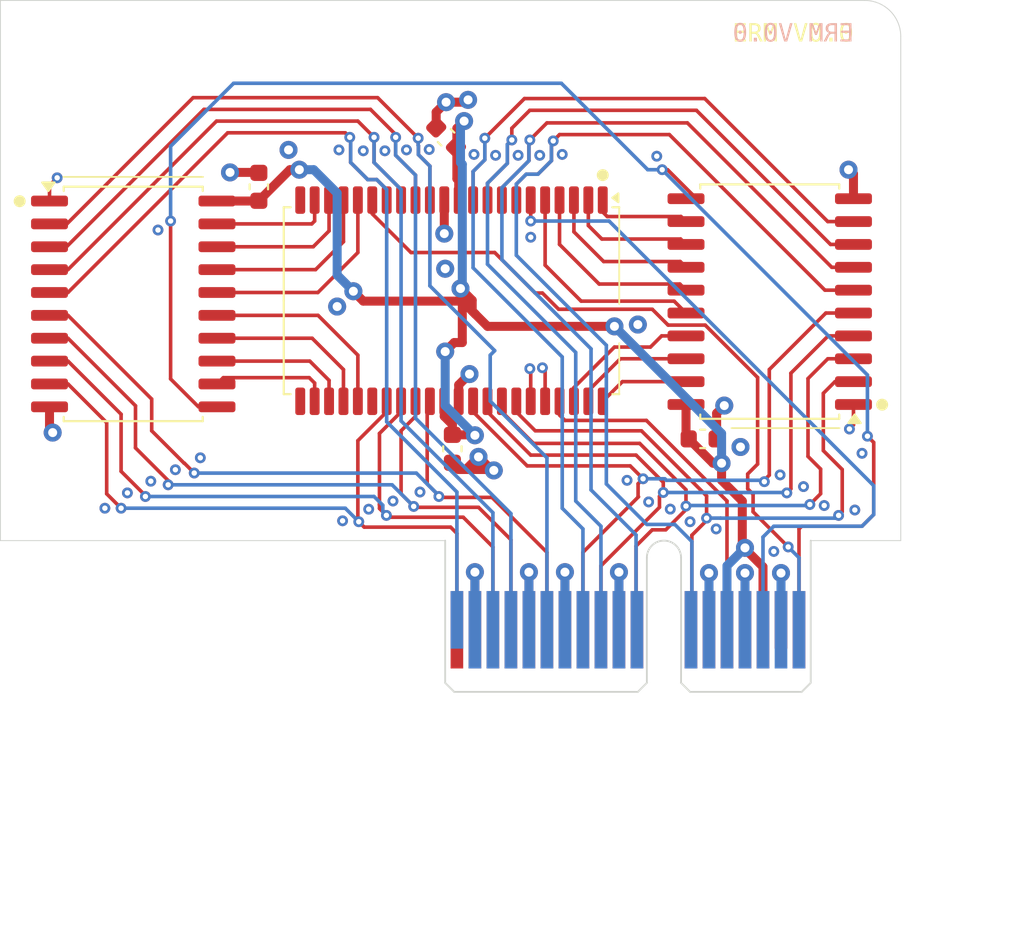
<source format=kicad_pcb>
(kicad_pcb (version 20240108) (generator "pcbnew") (generator_version "8.0")
  (layers (0 "F.Cu" signal) (1 "In1.Cu" signal) (2 "In2.Cu" signal) (31 "B.Cu" signal) (34 "B.Paste" user) (35 "F.Paste" user) (36 "B.SilkS" user "B.Silkscreen") (37 "F.SilkS" user "F.Silkscreen") (38 "B.Mask" user) (39 "F.Mask" user) (44 "Edge.Cuts" user))
  (net 0 "")
  (net 1 "GND")
  (net 2 "VCC")
  (net 3 "/W5")
  (net 4 "/W10")
  (net 5 "/ADR_LOAD")
  (net 6 "/W11")
  (net 7 "/W8")
  (net 8 "/nOE")
  (net 9 "/W9")
  (net 10 "/W15")
  (net 11 "/W3")
  (net 12 "/W6")
  (net 13 "/W1")
  (net 14 "/nCS")
  (net 15 "/W2")
  (net 16 "/nWE")
  (net 17 "/W7")
  (net 18 "/W14")
  (net 19 "/W13")
  (net 20 "/W4")
  (net 21 "/W12")
  (net 22 "/W0")
  (net 23 "/L14")
  (net 24 "/L11")
  (net 25 "/L10")
  (net 26 "/L9")
  (net 27 "/L8")
  (net 28 "/L13")
  (net 29 "/L12")
  (net 30 "/L15")
  (net 31 "/L6")
  (net 32 "/L4")
  (net 33 "/L3")
  (net 34 "/L0")
  (net 35 "/L5")
  (net 36 "/L1")
  (net 37 "/L7")
  (net 38 "/L2")
  (footprint "Package_SO:SOIC-20W_7.5x12.8mm_P1.27mm" (layer "F.Cu") (at 33.525 57.455)
    (property "Reference" "U2" (hide yes))
    (property "Value" "74LS574")
  )
  (footprint "Package_SO:SOIC-20W_7.5x12.8mm_P1.27mm" (layer "F.Cu") (at 68.875 57.325 180)
    (property "Reference" "U3" (hide yes))
    (property "Value" "74LS573")
  )
  (footprint "Capacitor_SMD:C_0603_1608Metric" (layer "F.Cu") (at 51.25 65.5 -90)
    (property "Reference" "C2" (hide yes))
    (property "Value" "100nF" (hide yes))
  )
  (footprint "Package_SO:TSOP-II-44_10.16x18.41mm_P0.8mm" (layer "F.Cu") (at 51.2 57.275 -90)
    (property "Reference" "U4" (hide yes))
    (property "Value" "71V016")
  )
  (footprint "Connector_PCBEdge:BUS_PCIexpress_x1" (layer "F.Cu") (at 51.5 75.55)
    (property "Reference" "J1" (hide yes))
    (property "Value" "Edge_Connector" (hide yes))
    (fp_line (start -0.65 -4.95) (end -0.65 2.95) (stroke (width 0.1)) (layer "Edge.Cuts"))
    (fp_line (start -0.65 2.95) (end -0.15 3.45) (stroke (width 0.1)) (layer "Edge.Cuts"))
    (fp_line (start -0.15 3.45) (end 10.05 3.45) (stroke (width 0.1)) (layer "Edge.Cuts"))
    (fp_line (start 10.55 -4) (end 10.55 2.95) (stroke (width 0.1)) (layer "Edge.Cuts"))
    (fp_line (start 10.55 2.95) (end 10.05 3.45) (stroke (width 0.1)) (layer "Edge.Cuts"))
    (fp_line (start 12.45 -4) (end 12.45 2.95) (stroke (width 0.1)) (layer "Edge.Cuts"))
    (fp_line (start 12.45 2.95) (end 12.95 3.45) (stroke (width 0.1)) (layer "Edge.Cuts"))
    (fp_line (start 12.95 3.45) (end 19.15 3.45) (stroke (width 0.1)) (layer "Edge.Cuts"))
    (fp_line (start 19.65 -4.95) (end 19.65 2.95) (stroke (width 0.1)) (layer "Edge.Cuts"))
    (fp_line (start 19.65 2.95) (end 19.15 3.45) (stroke (width 0.1)) (layer "Edge.Cuts"))
    (fp_arc (start 10.55 -4) (mid 11.5 -4.95) (end 12.45 -4) (stroke (width 0.1)) (layer "Edge.Cuts"))
  )
  (footprint "Capacitor_SMD:C_0603_1608Metric" (layer "F.Cu") (at 40.5 50.95 90)
    (property "Reference" "C1" (hide yes))
    (property "Value" "100nF" (hide yes))
  )
  (footprint "Capacitor_SMD:C_0603_1608Metric" (layer "F.Cu") (at 65.15 64.95 180)
    (property "Reference" "C4" (hide yes))
    (property "Value" "100nF" (hide yes))
  )
  (footprint "Capacitor_SMD:C_0603_1608Metric" (layer "F.Cu") (at 50.9 48.2 135)
    (property "Reference" "C3" (hide yes))
    (property "Value" "100nF" (hide yes))
  )
  (gr_line (start 60.515 62.465) (end 60.517114 59.637246) (stroke (width 0.1)) (layer "F.SilkS"))
  (gr_line (start 60.515 52.085) (end 60.51643 57.460344) (stroke (width 0.1)) (layer "F.SilkS"))
  (gr_circle (center 59.6 50.3) (end 59.8 50.1) (stroke (width 0.1)) (fill solid) (layer "F.SilkS"))
  (gr_circle (center 75.117158 63.05) (end 75.317158 62.85) (stroke (width 0.1)) (fill solid) (layer "F.SilkS"))
  (gr_line (start 66.75 64.35) (end 72.75 64.35) (stroke (width 0.1)) (layer "F.SilkS"))
  (gr_line (start 29.65 50.4) (end 37.4 50.4) (stroke (width 0.1)) (layer "F.SilkS"))
  (gr_circle (center 27.217158 51.75) (end 27.417158 51.55) (stroke (width 0.1)) (fill solid) (layer "F.SilkS"))
  (gr_line (start 50.85 70.6) (end 26.15 70.6) (stroke (width 0.05)) (layer "Edge.Cuts"))
  (gr_arc (start 74.15 40.6) (mid 75.564214 41.185786) (end 76.15 42.6) (stroke (width 0.05)) (layer "Edge.Cuts"))
  (gr_line (start 76.15 70.6) (end 71.15 70.6) (stroke (width 0.05)) (layer "Edge.Cuts"))
  (gr_line (start 26.15 40.6) (end 74.15 40.6) (stroke (width 0.05)) (layer "Edge.Cuts"))
  (gr_line (start 76.15 70.6) (end 76.15 42.6) (stroke (width 0.05)) (layer "Edge.Cuts"))
  (gr_line (start 26.15 70.6) (end 26.15 40.6) (stroke (width 0.05)) (layer "Edge.Cuts"))
  (gr_text "ERM V0.0" (at 73.55 43.05 0) (layer "B.SilkS") (effects (font (size 1 1) (thickness 0.1)) (justify left bottom mirror)))
  (gr_text "ERM V0.0" (at 66.8 43.05 0) (layer "F.SilkS") (effects (font (size 1 1) (thickness 0.1)) (justify left bottom)))
  (segment (start 53.45 66.7) (end 52.7 65.95) (width 0.5) (layer "F.Cu") (net 1))
  (segment (start 51.6 61.95) (end 51.6 62.8625) (width 0.5) (layer "F.Cu") (net 1))
  (segment (start 73.525 64.175) (end 73.3 64.4) (width 0.2) (layer "F.Cu") (net 1))
  (segment (start 55.6 62.8625) (end 55.6 61.1) (width 0.2) (layer "F.Cu") (net 1))
  (segment (start 67.5 72.4) (end 67.5 75) (width 0.5) (layer "F.Cu") (net 1))
  (segment (start 50.9 46.25) (end 50.35 46.8) (width 0.5) (layer "F.Cu") (net 1))
  (segment (start 51.6 66.65) (end 52 66.65) (width 0.5) (layer "F.Cu") (net 1))
  (segment (start 28.875 51.74) (end 28.875 50.875) (width 0.2) (layer "F.Cu") (net 1))
  (segment (start 52.5 72.35) (end 52.5 74.95) (width 0.5) (layer "F.Cu") (net 1))
  (segment (start 65.925 63.525) (end 66.35 63.1) (width 0.5) (layer "F.Cu") (net 1))
  (segment (start 56.4 62.8625) (end 56.4 61.15) (width 0.2) (layer "F.Cu") (net 1))
  (segment (start 57.5 72.35) (end 57.5 74.95) (width 0.5) (layer "F.Cu") (net 1))
  (segment (start 28.875 64.425) (end 29.05 64.6) (width 0.5) (layer "F.Cu") (net 1))
  (segment (start 28.875 63.17) (end 28.875 64.425) (width 0.5) (layer "F.Cu") (net 1))
  (segment (start 50.35 46.8) (end 50.35 47.7) (width 0.5) (layer "F.Cu") (net 1))
  (segment (start 51.991698 46.25) (end 52.121147 46.120551) (width 0.5) (layer "F.Cu") (net 1))
  (segment (start 51.275 66.325) (end 51.6 66.65) (width 0.5) (layer "F.Cu") (net 1))
  (segment (start 53.55 66.7) (end 53.5 66.65) (width 0.5) (layer "F.Cu") (net 1))
  (segment (start 65.925 64.85) (end 65.925 63.525) (width 0.5) (layer "F.Cu") (net 1))
  (segment (start 65.5 72.4) (end 65.5 75) (width 0.5) (layer "F.Cu") (net 1))
  (segment (start 53.55 66.7) (end 53.45 66.7) (width 0.5) (layer "F.Cu") (net 1))
  (segment (start 55.6 61.1) (end 55.55 61.05) (width 0.2) (layer "F.Cu") (net 1))
  (segment (start 55.5 72.35) (end 55.5 74.95) (width 0.5) (layer "F.Cu") (net 1))
  (segment (start 51.6 66.65) (end 52.7 66.65) (width 0.5) (layer "F.Cu") (net 1))
  (segment (start 28.875 50.875) (end 29.3 50.45) (width 0.2) (layer "F.Cu") (net 1))
  (segment (start 53.5 66.65) (end 52.7 66.65) (width 0.5) (layer "F.Cu") (net 1))
  (segment (start 73.525 63.04) (end 73.525 64.175) (width 0.2) (layer "F.Cu") (net 1))
  (segment (start 73.525 50.225) (end 73.35 50.05) (width 0.5) (layer "F.Cu") (net 1))
  (segment (start 50.8 53.549994) (end 50.800006 53.55) (width 0.5) (layer "F.Cu") (net 1))
  (segment (start 40.475 50.15) (end 40.5 50.175) (width 0.2) (layer "F.Cu") (net 1))
  (segment (start 38.9 50.15) (end 40.475 50.15) (width 0.5) (layer "F.Cu") (net 1))
  (segment (start 60.5 72.35) (end 60.5 74.95) (width 0.5) (layer "F.Cu") (net 1))
  (segment (start 52 66.65) (end 52.7 65.95) (width 0.5) (layer "F.Cu") (net 1))
  (segment (start 50.8 51.6875) (end 50.8 53.549994) (width 0.5) (layer "F.Cu") (net 1))
  (segment (start 73.525 50.225) (end 73.525 51.61) (width 0.5) (layer "F.Cu") (net 1))
  (segment (start 56.4 61.15) (end 56.25 61) (width 0.2) (layer "F.Cu") (net 1))
  (segment (start 52.7 66.65) (end 52.7 65.95) (width 0.5) (layer "F.Cu") (net 1))
  (segment (start 50.9 46.25) (end 51.991698 46.25) (width 0.5) (layer "F.Cu") (net 1))
  (segment (start 69.5 72.4) (end 69.5 75) (width 0.5) (layer "F.Cu") (net 1))
  (segment (start 52.2 61.35) (end 51.6 61.95) (width 0.5) (layer "F.Cu") (net 1))
  (via (at 64.45 69.55) (size 0.6) (drill 0.3) (layers "F.Cu" "B.Cu") (net 1))
  (via (at 45.150735 69.499265) (size 0.6) (drill 0.3) (layers "F.Cu" "B.Cu") (net 1))
  (via (at 61.55 58.6) (size 1) (drill 0.5) (layers "F.Cu" "B.Cu") (net 1))
  (via (at 50.85 55.5) (size 1) (drill 0.5) (layers "F.Cu" "B.Cu") (net 1))
  (via (at 57.5 72.35) (size 1) (drill 0.5) (layers "F.Cu" "B.Cu") (net 1))
  (via (at 57.35 49.15) (size 0.6) (drill 0.3) (layers "F.Cu" "B.Cu") (net 1))
  (via (at 46.3 48.95) (size 0.6) (drill 0.3) (layers "F.Cu" "B.Cu") (net 1))
  (via (at 69.45 66.95) (size 0.6) (drill 0.3) (layers "F.Cu" "B.Cu") (net 1))
  (via (at 55.6 53.75) (size 0.6) (drill 0.3) (layers "F.Cu" "B.Cu") (net 1))
  (via (at 65.9 69.95) (size 0.6) (drill 0.3) (layers "F.Cu" "B.Cu") (net 1))
  (via (at 74 65.75) (size 0.6) (drill 0.3) (layers "F.Cu" "B.Cu") (net 1))
  (via (at 47.95 68.4) (size 0.6) (drill 0.3) (layers "F.Cu" "B.Cu") (net 1))
  (via (at 52.5 72.35) (size 1) (drill 0.5) (layers "F.Cu" "B.Cu") (net 1))
  (via (at 52.45 49.15) (size 0.6) (drill 0.3) (layers "F.Cu" "B.Cu") (net 1))
  (via (at 62.6 49.25) (size 0.6) (drill 0.3) (layers "F.Cu" "B.Cu") (net 1))
  (via (at 55.5 72.35) (size 1) (drill 0.5) (layers "F.Cu" "B.Cu") (net 1))
  (via (at 35.864565 66.663094) (size 0.6) (drill 0.3) (layers "F.Cu" "B.Cu") (net 1))
  (via (at 48.7 48.9) (size 0.6) (drill 0.3) (layers "F.Cu" "B.Cu") (net 1))
  (via (at 73.25 50) (size 1) (drill 0.5) (layers "F.Cu" "B.Cu") (net 1))
  (via (at 44.95 48.9) (size 0.6) (drill 0.3) (layers "F.Cu" "B.Cu") (net 1))
  (via (at 29.3 50.45) (size 0.6) (drill 0.3) (layers "F.Cu" "B.Cu") (net 1))
  (via (at 73.6 68.9) (size 0.6) (drill 0.3) (layers "F.Cu" "B.Cu") (net 1))
  (via (at 65.5 72.4) (size 1) (drill 0.5) (layers "F.Cu" "B.Cu") (net 1))
  (via (at 34.5 67.3) (size 0.6) (drill 0.3) (layers "F.Cu" "B.Cu") (net 1))
  (via (at 34.9 53.35) (size 0.6) (drill 0.3) (layers "F.Cu" "B.Cu") (net 1))
  (via (at 54.9 49.2) (size 0.6) (drill 0.3) (layers "F.Cu" "B.Cu") (net 1))
  (via (at 67.25 65.4) (size 1) (drill 0.5) (layers "F.Cu" "B.Cu") (net 1))
  (via (at 52.121147 46.120551) (size 1) (drill 0.5) (layers "F.Cu" "B.Cu") (net 1))
  (via (at 38.9 50.15) (size 1) (drill 0.5) (layers "F.Cu" "B.Cu") (net 1))
  (via (at 60.5 72.35) (size 1) (drill 0.5) (layers "F.Cu" "B.Cu") (net 1))
  (via (at 42.15 48.9) (size 1) (drill 0.5) (layers "F.Cu" "B.Cu") (net 1))
  (via (at 44.85 57.6) (size 1) (drill 0.5) (layers "F.Cu" "B.Cu") (net 1))
  (via (at 50.800006 53.55) (size 1) (drill 0.5) (layers "F.Cu" "B.Cu") (net 1))
  (via (at 49.45 67.9) (size 0.6) (drill 0.3) (layers "F.Cu" "B.Cu") (net 1))
  (via (at 66.35 63.1) (size 1) (drill 0.5) (layers "F.Cu" "B.Cu") (net 1))
  (via (at 47.5 48.95) (size 0.6) (drill 0.3) (layers "F.Cu" "B.Cu") (net 1))
  (via (at 52.2 61.35) (size 1) (drill 0.5) (layers "F.Cu" "B.Cu") (net 1))
  (via (at 62.15 68.45) (size 0.6) (drill 0.3) (layers "F.Cu" "B.Cu") (net 1))
  (via (at 73.3 64.4) (size 0.6) (drill 0.3) (layers "F.Cu" "B.Cu") (net 1))
  (via (at 60.95 67.25) (size 0.6) (drill 0.3) (layers "F.Cu" "B.Cu") (net 1))
  (via (at 71.9 68.65) (size 0.6) (drill 0.3) (layers "F.Cu" "B.Cu") (net 1))
  (via (at 69.5 72.4) (size 1) (drill 0.5) (layers "F.Cu" "B.Cu") (net 1))
  (via (at 37.25 66) (size 0.6) (drill 0.3) (layers "F.Cu" "B.Cu") (net 1))
  (via (at 55.55 61.05) (size 0.6) (drill 0.3) (layers "F.Cu" "B.Cu") (net 1))
  (via (at 52.7 65.95) (size 1) (drill 0.5) (layers "F.Cu" "B.Cu") (net 1))
  (via (at 56.1 49.2) (size 0.6) (drill 0.3) (layers "F.Cu" "B.Cu") (net 1))
  (via (at 46.602365 68.854242) (size 0.6) (drill 0.3) (layers "F.Cu" "B.Cu") (net 1))
  (via (at 70.75 67.6) (size 0.6) (drill 0.3) (layers "F.Cu" "B.Cu") (net 1))
  (via (at 31.95 68.8) (size 0.6) (drill 0.3) (layers "F.Cu" "B.Cu") (net 1))
  (via (at 50.9 46.25) (size 1) (drill 0.5) (layers "F.Cu" "B.Cu") (net 1))
  (via (at 53.55 66.7) (size 1) (drill 0.5) (layers "F.Cu" "B.Cu") (net 1))
  (via (at 29.05 64.6) (size 1) (drill 0.5) (layers "F.Cu" "B.Cu") (net 1))
  (via (at 67.5 72.4) (size 1) (drill 0.5) (layers "F.Cu" "B.Cu") (net 1))
  (via (at 49.962133 48.875735) (size 0.6) (drill 0.3) (layers "F.Cu" "B.Cu") (net 1))
  (via (at 53.65 49.2) (size 0.6) (drill 0.3) (layers "F.Cu" "B.Cu") (net 1))
  (via (at 56.25 61) (size 0.6) (drill 0.3) (layers "F.Cu" "B.Cu") (net 1))
  (via (at 69.1 71.2) (size 0.6) (drill 0.3) (layers "F.Cu" "B.Cu") (net 1))
  (via (at 33.2 67.95) (size 0.6) (drill 0.3) (layers "F.Cu" "B.Cu") (net 1))
  (via (at 63.35 68.85) (size 0.6) (drill 0.3) (layers "F.Cu" "B.Cu") (net 1))
  (segment (start 67.5 72.4) (end 67.5 75) (width 0.5) (layer "B.Cu") (net 1))
  (segment (start 52.5 72.35) (end 52.5 74.95) (width 0.5) (layer "B.Cu") (net 1))
  (segment (start 55.5 72.35) (end 55.5 74.95) (width 0.5) (layer "B.Cu") (net 1))
  (segment (start 65.5 72.4) (end 65.5 75) (width 0.5) (layer "B.Cu") (net 1))
  (segment (start 57.5 72.35) (end 57.5 74.95) (width 0.5) (layer "B.Cu") (net 1))
  (segment (start 60.5 72.35) (end 60.5 74.95) (width 0.5) (layer "B.Cu") (net 1))
  (segment (start 69.5 72.4) (end 69.5 75) (width 0.5) (layer "B.Cu") (net 1))
  (segment (start 51.7 56.6) (end 52.35 57.25) (width 0.5) (layer "F.Cu") (net 2))
  (segment (start 67.35 70.85) (end 67.5 71) (width 0.5) (layer "F.Cu") (net 2))
  (segment (start 65.725 66.3) (end 64.375 64.95) (width 0.5) (layer "F.Cu") (net 2))
  (segment (start 42.75 50) (end 42.225 50) (width 0.5) (layer "F.Cu") (net 2))
  (segment (start 66.2 66.3) (end 65.725 66.3) (width 0.5) (layer "F.Cu") (net 2))
  (segment (start 67.5 71) (end 67.5 71.056497) (width 0.5) (layer "F.Cu") (net 2))
  (segment (start 53.2 58.7) (end 52.525 58.025) (width 0.5) (layer "F.Cu") (net 2))
  (segment (start 52.35 57.25) (end 52.35 57.85) (width 0.5) (layer "F.Cu") (net 2))
  (segment (start 51.25 64.725) (end 52.475 64.725) (width 0.5) (layer "F.Cu") (net 2))
  (segment (start 51.35 59.6) (end 50.85 60.1) (width 0.5) (layer "F.Cu") (net 2))
  (segment (start 50.8 62.8625) (end 50.8 63.7) (width 0.5) (layer "F.Cu") (net 2))
  (segment (start 66.2 66.3) (end 66.2 67.25) (width 0.5) (layer "F.Cu") (net 2))
  (segment (start 51.8 57.3) (end 46.3 57.3) (width 0.5) (layer "F.Cu") (net 2))
  (segment (start 52.35 57.85) (end 52.525 58.025) (width 0.5) (layer "F.Cu") (net 2))
  (segment (start 52.475 64.725) (end 52.5 64.75) (width 0.5) (layer "F.Cu") (net 2))
  (segment (start 68.5 72.056497) (end 68.5 75.55) (width 0.5) (layer "F.Cu") (net 2))
  (segment (start 42.225 50) (end 40.5 51.725) (width 0.5) (layer "F.Cu") (net 2))
  (segment (start 51.25 64.15) (end 51.25 64.725) (width 0.5) (layer "F.Cu") (net 2))
  (segment (start 67.5 71.056497) (end 68.5 72.056497) (width 0.5) (layer "F.Cu") (net 2))
  (segment (start 38.175 51.74) (end 40.485 51.74) (width 0.5) (layer "F.Cu") (net 2))
  (segment (start 51.498008 47.701992) (end 51.498008 50.498008) (width 0.5) (layer "F.Cu") (net 2))
  (segment (start 52.525 58.025) (end 51.8 57.3) (width 0.5) (layer "F.Cu") (net 2))
  (segment (start 67.35 68.4) (end 67.35 70.85) (width 0.5) (layer "F.Cu") (net 2))
  (segment (start 51.9 47.3) (end 51.498008 47.701992) (width 0.5) (layer "F.Cu") (net 2))
  (segment (start 51.8 57.3) (end 51.8 59.6) (width 0.5) (layer "F.Cu") (net 2))
  (segment (start 51.6 50.6) (end 51.6 51.6875) (width 0.5) (layer "F.Cu") (net 2))
  (segment (start 51.498008 50.498008) (end 51.6 50.6) (width 0.5) (layer "F.Cu") (net 2))
  (segment (start 51.8 59.6) (end 51.35 59.6) (width 0.5) (layer "F.Cu") (net 2))
  (segment (start 50.8 63.7) (end 51.25 64.15) (width 0.5) (layer "F.Cu") (net 2))
  (segment (start 60.25 58.7) (end 53.2 58.7) (width 0.5) (layer "F.Cu") (net 2))
  (segment (start 66.2 67.25) (end 67.35 68.4) (width 0.5) (layer "F.Cu") (net 2))
  (segment (start 40.485 51.74) (end 40.5 51.725) (width 0.5) (layer "F.Cu") (net 2))
  (segment (start 64.225 65) (end 64.225 63.04) (width 0.5) (layer "F.Cu") (net 2))
  (segment (start 46.3 57.3) (end 45.75 56.75) (width 0.5) (layer "F.Cu") (net 2))
  (via (at 52.5 64.75) (size 1) (drill 0.5) (layers "F.Cu" "B.Cu") (net 2))
  (via (at 60.25 58.7) (size 1) (drill 0.5) (layers "F.Cu" "B.Cu") (net 2))
  (via (at 45.75 56.75) (size 1) (drill 0.5) (layers "F.Cu" "B.Cu") (net 2))
  (via (at 51.7 56.6) (size 1) (drill 0.5) (layers "F.Cu" "B.Cu") (net 2))
  (via (at 67.5 71) (size 1) (drill 0.5) (layers "F.Cu" "B.Cu") (net 2))
  (via (at 42.75 50) (size 1) (drill 0.5) (layers "F.Cu" "B.Cu") (net 2))
  (via (at 66.2 66.3) (size 1) (drill 0.5) (layers "F.Cu" "B.Cu") (net 2))
  (via (at 50.85 60.1) (size 1) (drill 0.5) (layers "F.Cu" "B.Cu") (net 2))
  (via (at 51.9 47.3) (size 1) (drill 0.5) (layers "F.Cu" "B.Cu") (net 2))
  (segment (start 44.85 51.3) (end 43.55 50) (width 0.5) (layer "B.Cu") (net 2))
  (segment (start 66.2 66.3) (end 66.2 64.65) (width 0.5) (layer "B.Cu") (net 2))
  (segment (start 45.75 56.75) (end 44.85 55.85) (width 0.5) (layer "B.Cu") (net 2))
  (segment (start 51.7 47.5) (end 51.7 49.6) (width 0.5) (layer "B.Cu") (net 2))
  (segment (start 51.8 49.7) (end 51.8 56.5) (width 0.5) (layer "B.Cu") (net 2))
  (segment (start 66.2 64.65) (end 60.25 58.7) (width 0.5) (layer "B.Cu") (net 2))
  (segment (start 51.9 47.3) (end 51.7 47.5) (width 0.5) (layer "B.Cu") (net 2))
  (segment (start 52.5 64.75) (end 50.85 63.1) (width 0.5) (layer "B.Cu") (net 2))
  (segment (start 67.5 71) (end 66.5 72) (width 0.5) (layer "B.Cu") (net 2))
  (segment (start 43.55 50) (end 42.75 50) (width 0.5) (layer "B.Cu") (net 2))
  (segment (start 66.5 72) (end 66.5 75.55) (width 0.5) (layer "B.Cu") (net 2))
  (segment (start 51.7 49.6) (end 51.8 49.7) (width 0.5) (layer "B.Cu") (net 2))
  (segment (start 51.8 56.5) (end 51.7 56.6) (width 0.5) (layer "B.Cu") (net 2))
  (segment (start 50.85 63.1) (end 50.85 60.1) (width 0.5) (layer "B.Cu") (net 2))
  (segment (start 44.85 55.85) (end 44.85 51.3) (width 0.5) (layer "B.Cu") (net 2))
  (segment (start 49.15 68.75) (end 52.7 68.75) (width 0.2) (layer "F.Cu") (net 3))
  (segment (start 33.65 65.45) (end 33.65 63.110001) (width 0.2) (layer "F.Cu") (net 3))
  (segment (start 35.463842 67.263842) (end 35.463842 67.500465) (width 0.2) (layer "F.Cu") (net 3))
  (segment (start 33.65 63.110001) (end 29.899999 59.36) (width 0.2) (layer "F.Cu") (net 3))
  (segment (start 48.4 68) (end 48.4 64.5) (width 0.2) (layer "F.Cu") (net 3))
  (segment (start 48.4 64.5) (end 49.2 63.7) (width 0.2) (layer "F.Cu") (net 3))
  (segment (start 29.899999 59.36) (end 28.875 59.36) (width 0.2) (layer "F.Cu") (net 3))
  (segment (start 54.5 70.55) (end 54.5 75.55) (width 0.2) (layer "F.Cu") (net 3))
  (segment (start 52.7 68.75) (end 54.5 70.55) (width 0.2) (layer "F.Cu") (net 3))
  (segment (start 49.2 63.7) (end 49.2 62.8625) (width 0.2) (layer "F.Cu") (net 3))
  (segment (start 49.1 68.7) (end 48.4 68) (width 0.2) (layer "F.Cu") (net 3))
  (segment (start 33.65 65.45) (end 35.463842 67.263842) (width 0.2) (layer "F.Cu") (net 3))
  (segment (start 49.1 68.7) (end 49.15 68.75) (width 0.2) (layer "F.Cu") (net 3))
  (via (at 35.463842 67.500465) (size 0.6) (drill 0.3) (layers "F.Cu" "B.Cu") (net 3))
  (via (at 49.1 68.7) (size 0.6) (drill 0.3) (layers "F.Cu" "B.Cu") (net 3))
  (segment (start 35.464307 67.5) (end 47.9 67.5) (width 0.2) (layer "B.Cu") (net 3))
  (segment (start 47.9 67.5) (end 49.1 68.7) (width 0.2) (layer "B.Cu") (net 3))
  (segment (start 35.463842 67.500465) (end 35.464307 67.5) (width 0.2) (layer "B.Cu") (net 3))
  (segment (start 49.2 50.3) (end 49.2 51.6875) (width 0.2) (layer "F.Cu") (net 4))
  (segment (start 48.1 49.2) (end 49.2 50.3) (width 0.2) (layer "F.Cu") (net 4))
  (segment (start 37.45 46.65) (end 29.82 54.28) (width 0.2) (layer "F.Cu") (net 4))
  (segment (start 48.1 48.2) (end 48.1 49.2) (width 0.2) (layer "F.Cu") (net 4))
  (segment (start 29.82 54.28) (end 28.875 54.28) (width 0.2) (layer "F.Cu") (net 4))
  (segment (start 46.7 46.65) (end 37.45 46.65) (width 0.2) (layer "F.Cu") (net 4))
  (segment (start 48.1 48.2) (end 48.1 48.05) (width 0.2) (layer "F.Cu") (net 4))
  (segment (start 48.1 48.05) (end 46.7 46.65) (width 0.2) (layer "F.Cu") (net 4))
  (via (at 48.1 48.2) (size 0.6) (drill 0.3) (layers "F.Cu" "B.Cu") (net 4))
  (segment (start 54.5 69.1) (end 54.5 75.55) (width 0.2) (layer "B.Cu") (net 4))
  (segment (start 48.1 49.2) (end 49.200003 50.300003) (width 0.2) (layer "B.Cu") (net 4))
  (segment (start 49.200003 50.300003) (end 49.200003 63.800003) (width 0.2) (layer "B.Cu") (net 4))
  (segment (start 49.200003 63.800003) (end 54.5 69.1) (width 0.2) (layer "B.Cu") (net 4))
  (segment (start 48.1 48.2) (end 48.1 49.2) (width 0.2) (layer "B.Cu") (net 4))
  (segment (start 63.2 50) (end 64.955001 51.755001) (width 0.2) (layer "F.Cu") (net 5))
  (segment (start 70.5 69.95) (end 70.5 75.55) (width 0.2) (layer "F.Cu") (net 5))
  (segment (start 70.65 69.8) (end 70.5 69.95) (width 0.2) (layer "F.Cu") (net 5))
  (segment (start 74 69.8) (end 70.65 69.8) (width 0.2) (layer "F.Cu") (net 5))
  (segment (start 74.65 65.15) (end 74.65 69.15) (width 0.2) (layer "F.Cu") (net 5))
  (segment (start 62.9 50) (end 63.2 50) (width 0.2) (layer "F.Cu") (net 5))
  (segment (start 38.175 63.17) (end 37.150001 63.17) (width 0.2) (layer "F.Cu") (net 5))
  (segment (start 74.3 64.8) (end 74.65 65.15) (width 0.2) (layer "F.Cu") (net 5))
  (segment (start 35.6 61.619999) (end 35.6 52.85) (width 0.2) (layer "F.Cu") (net 5))
  (segment (start 37.150001 63.17) (end 35.6 61.619999) (width 0.2) (layer "F.Cu") (net 5))
  (segment (start 74.65 69.15) (end 74 69.8) (width 0.2) (layer "F.Cu") (net 5))
  (via (at 62.9 50) (size 0.6) (drill 0.3) (layers "F.Cu" "B.Cu") (net 5))
  (via (at 35.6 52.85) (size 0.6) (drill 0.3) (layers "F.Cu" "B.Cu") (net 5))
  (via (at 74.3 64.8) (size 0.6) (drill 0.3) (layers "F.Cu" "B.Cu") (net 5))
  (segment (start 35.6 48.7) (end 35.6 52.85) (width 0.2) (layer "B.Cu") (net 5))
  (segment (start 62.9 50) (end 62.1 50) (width 0.2) (layer "B.Cu") (net 5))
  (segment (start 74.3 61.4) (end 62.9 50) (width 0.2) (layer "B.Cu") (net 5))
  (segment (start 74.3 64.8) (end 74.3 61.4) (width 0.2) (layer "B.Cu") (net 5))
  (segment (start 62.1 50) (end 57.3 45.2) (width 0.2) (layer "B.Cu") (net 5))
  (segment (start 39.1 45.2) (end 35.6 48.7) (width 0.2) (layer "B.Cu") (net 5))
  (segment (start 57.3 45.2) (end 39.1 45.2) (width 0.2) (layer "B.Cu") (net 5))
  (segment (start 36.85 46) (end 29.84 53.01) (width 0.2) (layer "F.Cu") (net 6))
  (segment (start 47.1 46) (end 36.85 46) (width 0.2) (layer "F.Cu") (net 6))
  (segment (start 49.35 48.25) (end 49.35 48.65294) (width 0.2) (layer "F.Cu") (net 6))
  (segment (start 49.35 48.65294) (end 49.362133 48.665073) (width 0.2) (layer "F.Cu") (net 6))
  (segment (start 49.362133 48.665073) (end 49.362133 49.162133) (width 0.2) (layer "F.Cu") (net 6))
  (segment (start 49.35 48.25) (end 47.1 46) (width 0.2) (layer "F.Cu") (net 6))
  (segment (start 29.84 53.01) (end 28.875 53.01) (width 0.2) (layer "F.Cu") (net 6))
  (segment (start 49.362133 49.162133) (end 50 49.8) (width 0.2) (layer "F.Cu") (net 6))
  (segment (start 50 49.8) (end 50 51.6875) (width 0.2) (layer "F.Cu") (net 6))
  (via (at 49.35 48.25) (size 0.6) (drill 0.3) (layers "F.Cu" "B.Cu") (net 6))
  (segment (start 49.35 48.25) (end 49.35 48.65294) (width 0.2) (layer "B.Cu") (net 6))
  (segment (start 56.5 66) (end 56.5 75.55) (width 0.2) (layer "B.Cu") (net 6))
  (segment (start 49.362133 49.162132) (end 50.000006 49.800005) (width 0.2) (layer "B.Cu") (net 6))
  (segment (start 50.000006 56.450006) (end 53.6 60.05) (width 0.2) (layer "B.Cu") (net 6))
  (segment (start 49.35 48.65294) (end 49.362133 48.665073) (width 0.2) (layer "B.Cu") (net 6))
  (segment (start 49.362133 48.665073) (end 49.362133 49.162132) (width 0.2) (layer "B.Cu") (net 6))
  (segment (start 53.35 60.3) (end 53.35 62.85) (width 0.2) (layer "B.Cu") (net 6))
  (segment (start 53.35 62.85) (end 56.5 66) (width 0.2) (layer "B.Cu") (net 6))
  (segment (start 53.6 60.05) (end 53.35 60.3) (width 0.2) (layer "B.Cu") (net 6))
  (segment (start 50.000006 49.800005) (end 50.000006 56.450006) (width 0.2) (layer "B.Cu") (net 6))
  (segment (start 45.3 47.95) (end 38.769999 47.95) (width 0.2) (layer "F.Cu") (net 7))
  (segment (start 38.769999 47.95) (end 29.899999 56.82) (width 0.2) (layer "F.Cu") (net 7))
  (segment (start 47.047528 50.55) (end 47.6 51.102472) (width 0.2) (layer "F.Cu") (net 7))
  (segment (start 29.899999 56.82) (end 28.875 56.82) (width 0.2) (layer "F.Cu") (net 7))
  (segment (start 45.6 48.25) (end 45.6 49.6) (width 0.2) (layer "F.Cu") (net 7))
  (segment (start 45.6 49.6) (end 46.55 50.55) (width 0.2) (layer "F.Cu") (net 7))
  (segment (start 47.6 51.102472) (end 47.6 51.6875) (width 0.2) (layer "F.Cu") (net 7))
  (segment (start 45.55 48.2) (end 45.3 47.95) (width 0.2) (layer "F.Cu") (net 7))
  (segment (start 46.55 50.55) (end 47.047528 50.55) (width 0.2) (layer "F.Cu") (net 7))
  (segment (start 45.55 48.2) (end 45.6 48.25) (width 0.2) (layer "F.Cu") (net 7))
  (via (at 45.55 48.2) (size 0.6) (drill 0.3) (layers "F.Cu" "B.Cu") (net 7))
  (segment (start 47.6 64) (end 51.5 67.9) (width 0.2) (layer "B.Cu") (net 7))
  (segment (start 45.6 48.25) (end 45.6 49.6) (width 0.2) (layer "B.Cu") (net 7))
  (segment (start 47.05 50.55) (end 47.6 51.1) (width 0.2) (layer "B.Cu") (net 7))
  (segment (start 51.5 67.9) (end 51.5 75) (width 0.2) (layer "B.Cu") (net 7))
  (segment (start 47.6 51.1) (end 47.6 64) (width 0.2) (layer "B.Cu") (net 7))
  (segment (start 45.6 49.6) (end 46.55 50.55) (width 0.2) (layer "B.Cu") (net 7))
  (segment (start 45.55 48.2) (end 45.6 48.25) (width 0.2) (layer "B.Cu") (net 7))
  (segment (start 46.55 50.55) (end 47.05 50.55) (width 0.2) (layer "B.Cu") (net 7))
  (segment (start 66.5 68.4) (end 62.025 63.925) (width 0.2) (layer "F.Cu") (net 8))
  (segment (start 57.500001 63.925) (end 57.2 63.624999) (width 0.2) (layer "F.Cu") (net 8))
  (segment (start 66.5 75.55) (end 66.5 68.4) (width 0.2) (layer "F.Cu") (net 8))
  (segment (start 62.025 63.925) (end 57.500001 63.925) (width 0.2) (layer "F.Cu") (net 8))
  (segment (start 57.2 63.624999) (end 57.2 62.8625) (width 0.2) (layer "F.Cu") (net 8))
  (segment (start 46.9 49.602472) (end 48.4 51.102472) (width 0.2) (layer "F.Cu") (net 9))
  (segment (start 38.149999 47.3) (end 29.899999 55.55) (width 0.2) (layer "F.Cu") (net 9))
  (segment (start 48.4 51.102472) (end 48.4 51.6875) (width 0.2) (layer "F.Cu") (net 9))
  (segment (start 46.9 48.2) (end 46.9 49.602472) (width 0.2) (layer "F.Cu") (net 9))
  (segment (start 46 47.3) (end 38.149999 47.3) (width 0.2) (layer "F.Cu") (net 9))
  (segment (start 46.9 48.2) (end 46 47.3) (width 0.2) (layer "F.Cu") (net 9))
  (segment (start 29.899999 55.55) (end 28.875 55.55) (width 0.2) (layer "F.Cu") (net 9))
  (via (at 46.9 48.2) (size 0.6) (drill 0.3) (layers "F.Cu" "B.Cu") (net 9))
  (segment (start 53.5 69.05) (end 53.5 75.55) (width 0.2) (layer "B.Cu") (net 9))
  (segment (start 46.9 48.2) (end 46.9 49.6) (width 0.2) (layer "B.Cu") (net 9))
  (segment (start 46.9 49.6) (end 48.4 51.1) (width 0.2) (layer "B.Cu") (net 9))
  (segment (start 48.4 51.1) (end 48.4 63.95) (width 0.2) (layer "B.Cu") (net 9))
  (segment (start 48.4 63.95) (end 53.5 69.05) (width 0.2) (layer "B.Cu") (net 9))
  (segment (start 56.85 48.4) (end 57.2 48.05) (width 0.2) (layer "F.Cu") (net 10))
  (segment (start 71.94 56.69) (end 73.525 56.69) (width 0.2) (layer "F.Cu") (net 10))
  (segment (start 54.8 50.8) (end 54.8 51.6875) (width 0.2) (layer "F.Cu") (net 10))
  (segment (start 56 50.25) (end 55.35 50.25) (width 0.2) (layer "F.Cu") (net 10))
  (segment (start 56.75 48.5) (end 56.75 49.5) (width 0.2) (layer "F.Cu") (net 10))
  (segment (start 56.75 49.5) (end 56 50.25) (width 0.2) (layer "F.Cu") (net 10))
  (segment (start 55.35 50.25) (end 54.8 50.8) (width 0.2) (layer "F.Cu") (net 10))
  (segment (start 57.2 48.05) (end 63.3 48.05) (width 0.2) (layer "F.Cu") (net 10))
  (segment (start 56.85 48.4) (end 56.75 48.5) (width 0.2) (layer "F.Cu") (net 10))
  (segment (start 63.3 48.05) (end 71.94 56.69) (width 0.2) (layer "F.Cu") (net 10))
  (via (at 56.85 48.4) (size 0.6) (drill 0.3) (layers "F.Cu" "B.Cu") (net 10))
  (segment (start 64.55 70.65) (end 64.55 75.55) (width 0.2) (layer "B.Cu") (net 10))
  (segment (start 56.75 49.5) (end 56 50.25) (width 0.2) (layer "B.Cu") (net 10))
  (segment (start 54.8 54.75) (end 59.8 59.75) (width 0.2) (layer "B.Cu") (net 10))
  (segment (start 59.8 67.45) (end 62.05 69.7) (width 0.2) (layer "B.Cu") (net 10))
  (segment (start 63.6 69.7) (end 64.55 70.65) (width 0.2) (layer "B.Cu") (net 10))
  (segment (start 56.85 48.4) (end 56.75 48.5) (width 0.2) (layer "B.Cu") (net 10))
  (segment (start 56.75 48.5) (end 56.75 49.5) (width 0.2) (layer "B.Cu") (net 10))
  (segment (start 54.8 50.8) (end 54.8 54.75) (width 0.2) (layer "B.Cu") (net 10))
  (segment (start 55.35 50.25) (end 54.8 50.8) (width 0.2) (layer "B.Cu") (net 10))
  (segment (start 56 50.25) (end 55.35 50.25) (width 0.2) (layer "B.Cu") (net 10))
  (segment (start 59.8 59.75) (end 59.8 67.45) (width 0.2) (layer "B.Cu") (net 10))
  (segment (start 62.05 69.7) (end 63.6 69.7) (width 0.2) (layer "B.Cu") (net 10))
  (segment (start 61.839686 67.165344) (end 61.124342 66.45) (width 0.2) (layer "F.Cu") (net 11))
  (segment (start 68.85 66.963232) (end 68.85 61.1) (width 0.2) (layer "F.Cu") (net 11))
  (segment (start 61.839686 67.165344) (end 61.562861 67.442169) (width 0.2) (layer "F.Cu") (net 11))
  (segment (start 61.124342 66.45) (end 55.402472 66.45) (width 0.2) (layer "F.Cu") (net 11))
  (segment (start 68.85 61.1) (end 71.99 57.96) (width 0.2) (layer "F.Cu") (net 11))
  (segment (start 68.574705 67.238527) (end 68.85 66.963232) (width 0.2) (layer "F.Cu") (net 11))
  (segment (start 61.583584 68.166416) (end 58.5 71.25) (width 0.2) (layer "F.Cu") (net 11))
  (segment (start 58.5 71.25) (end 58.5 75.55) (width 0.2) (layer "F.Cu") (net 11))
  (segment (start 71.99 57.96) (end 73.525 57.96) (width 0.2) (layer "F.Cu") (net 11))
  (segment (start 68.574705 67.326539) (end 68.574705 67.238527) (width 0.2) (layer "F.Cu") (net 11))
  (segment (start 61.562861 67.442169) (end 61.562861 68.145692) (width 0.2) (layer "F.Cu") (net 11))
  (segment (start 52.4 63.447528) (end 52.4 62.8625) (width 0.2) (layer "F.Cu") (net 11))
  (segment (start 61.562861 68.145692) (end 61.583584 68.166416) (width 0.2) (layer "F.Cu") (net 11))
  (segment (start 55.402472 66.45) (end 52.4 63.447528) (width 0.2) (layer "F.Cu") (net 11))
  (via (at 61.839686 67.165344) (size 0.6) (drill 0.3) (layers "F.Cu" "B.Cu") (net 11))
  (via (at 68.574705 67.326539) (size 0.6) (drill 0.3) (layers "F.Cu" "B.Cu") (net 11))
  (segment (start 68.498166 67.25) (end 63.134314 67.25) (width 0.2) (layer "B.Cu") (net 11))
  (segment (start 63.049658 67.165344) (end 61.839686 67.165344) (width 0.2) (layer "B.Cu") (net 11))
  (segment (start 63.134314 67.25) (end 63.049658 67.165344) (width 0.2) (layer "B.Cu") (net 11))
  (segment (start 68.574705 67.326539) (end 68.498166 67.25) (width 0.2) (layer "B.Cu") (net 11))
  (segment (start 32.85 63.580001) (end 29.899999 60.63) (width 0.2) (layer "F.Cu") (net 12))
  (segment (start 47.58449 69.198427) (end 47.686063 69.3) (width 0.2) (layer "F.Cu") (net 12))
  (segment (start 48.4 63.447528) (end 48.4 62.8625) (width 0.2) (layer "F.Cu") (net 12))
  (segment (start 47.2 68.603348) (end 47.2 64.647528) (width 0.2) (layer "F.Cu") (net 12))
  (segment (start 47.202365 68.816302) (end 47.202365 68.605713) (width 0.2) (layer "F.Cu") (net 12))
  (segment (start 53.5 70.95) (end 53.5 75.55) (width 0.2) (layer "F.Cu") (net 12))
  (segment (start 47.2 64.647528) (end 48.4 63.447528) (width 0.2) (layer "F.Cu") (net 12))
  (segment (start 34.200003 68.100003) (end 32.85 66.75) (width 0.2) (layer "F.Cu") (net 12))
  (segment (start 29.899999 60.63) (end 28.875 60.63) (width 0.2) (layer "F.Cu") (net 12))
  (segment (start 47.686063 69.3) (end 51.85 69.3) (width 0.2) (layer "F.Cu") (net 12))
  (segment (start 47.58449 69.198427) (end 47.202365 68.816302) (width 0.2) (layer "F.Cu") (net 12))
  (segment (start 34.200003 68.15) (end 34.200003 68.100003) (width 0.2) (layer "F.Cu") (net 12))
  (segment (start 51.85 69.3) (end 53.5 70.95) (width 0.2) (layer "F.Cu") (net 12))
  (segment (start 32.85 66.75) (end 32.85 63.580001) (width 0.2) (layer "F.Cu") (net 12))
  (segment (start 47.202365 68.605713) (end 47.2 68.603348) (width 0.2) (layer "F.Cu") (net 12))
  (via (at 47.58449 69.198427) (size 0.6) (drill 0.3) (layers "F.Cu" "B.Cu") (net 12))
  (via (at 34.200003 68.15) (size 0.6) (drill 0.3) (layers "F.Cu" "B.Cu") (net 12))
  (segment (start 46.9 68.15) (end 47.385318 68.635318) (width 0.2) (layer "B.Cu") (net 12))
  (segment (start 47.385318 68.999255) (end 47.58449 69.198427) (width 0.2) (layer "B.Cu") (net 12))
  (segment (start 47.385318 68.635318) (end 47.385318 68.999255) (width 0.2) (layer "B.Cu") (net 12))
  (segment (start 34.200003 68.15) (end 46.9 68.15) (width 0.2) (layer "B.Cu") (net 12))
  (segment (start 55.752472 65.2) (end 54 63.447528) (width 0.2) (layer "F.Cu") (net 13))
  (segment (start 71 61.6) (end 72.1 60.5) (width 0.2) (layer "F.Cu") (net 13))
  (segment (start 61.65 65.2) (end 55.752472 65.2) (width 0.2) (layer "F.Cu") (net 13))
  (segment (start 63.1 70) (end 62.35 70) (width 0.2) (layer "F.Cu") (net 13))
  (segment (start 62.35 70) (end 61.45 70.9) (width 0.2) (layer "F.Cu") (net 13))
  (segment (start 71 65.925) (end 71 61.6) (width 0.2) (layer "F.Cu") (net 13))
  (segment (start 71.7 66.625) (end 71 65.925) (width 0.2) (layer "F.Cu") (net 13))
  (segment (start 72.1 60.5) (end 73.525 60.5) (width 0.2) (layer "F.Cu") (net 13))
  (segment (start 64.22273 67.77273) (end 61.65 65.2) (width 0.2) (layer "F.Cu") (net 13))
  (segment (start 71.102031 68.593002) (end 71.7 67.995033) (width 0.2) (layer "F.Cu") (net 13))
  (segment (start 71.7 67.995033) (end 71.7 66.625) (width 0.2) (layer "F.Cu") (net 13))
  (segment (start 64.22273 68.87727) (end 63.1 70) (width 0.2) (layer "F.Cu") (net 13))
  (segment (start 54 63.447528) (end 54 62.8625) (width 0.2) (layer "F.Cu") (net 13))
  (segment (start 64.22273 68.68161) (end 64.22273 68.87727) (width 0.2) (layer "F.Cu") (net 13))
  (segment (start 64.22273 68.68161) (end 64.22273 67.77273) (width 0.2) (layer "F.Cu") (net 13))
  (segment (start 61.45 70.9) (end 61.45 75.55) (width 0.2) (layer "F.Cu") (net 13))
  (via (at 71.102031 68.593002) (size 0.6) (drill 0.3) (layers "F.Cu" "B.Cu") (net 13))
  (via (at 64.22273 68.68161) (size 0.6) (drill 0.3) (layers "F.Cu" "B.Cu") (net 13))
  (segment (start 71.045033 68.65) (end 71.102031 68.593002) (width 0.2) (layer "B.Cu") (net 13))
  (segment (start 64.22273 68.68161) (end 64.25434 68.65) (width 0.2) (layer "B.Cu") (net 13))
  (segment (start 64.25434 68.65) (end 71.045033 68.65) (width 0.2) (layer "B.Cu") (net 13))
  (segment (start 55.6 51.6875) (end 55.6 52.85) (width 0.2) (layer "F.Cu") (net 14))
  (via (at 55.6 52.85) (size 0.6) (drill 0.3) (layers "F.Cu" "B.Cu") (net 14))
  (segment (start 55.6 52.85) (end 59.95 52.85) (width 0.2) (layer "B.Cu") (net 14))
  (segment (start 74.65 67.55) (end 74.65 69.15) (width 0.2) (layer "B.Cu") (net 14))
  (segment (start 68.5 70.4) (end 68.5 75.55) (width 0.2) (layer "B.Cu") (net 14))
  (segment (start 74.65 69.15) (end 74 69.8) (width 0.2) (layer "B.Cu") (net 14))
  (segment (start 74 69.8) (end 69.1 69.8) (width 0.2) (layer "B.Cu") (net 14))
  (segment (start 59.95 52.85) (end 74.65 67.55) (width 0.2) (layer "B.Cu") (net 14))
  (segment (start 69.1 69.8) (end 68.5 70.4) (width 0.2) (layer "B.Cu") (net 14))
  (segment (start 59.5 72) (end 59.5 75.55) (width 0.2) (layer "F.Cu") (net 15))
  (segment (start 62.75 68.138863) (end 62.75 68.75) (width 0.2) (layer "F.Cu") (net 15))
  (segment (start 69.823668 67.949498) (end 70.05 67.723166) (width 0.2) (layer "F.Cu") (net 15))
  (segment (start 70.05 61.3) (end 72.12 59.23) (width 0.2) (layer "F.Cu") (net 15))
  (segment (start 72.12 59.23) (end 73.525 59.23) (width 0.2) (layer "F.Cu") (net 15))
  (segment (start 53.85 64.1) (end 53.85 64.097528) (width 0.2) (layer "F.Cu") (net 15))
  (segment (start 53.85 64.097528) (end 53.2 63.447528) (width 0.2) (layer "F.Cu") (net 15))
  (segment (start 55.6 65.85) (end 53.85 64.1) (width 0.2) (layer "F.Cu") (net 15))
  (segment (start 53.2 63.447528) (end 53.2 62.8625) (width 0.2) (layer "F.Cu") (net 15))
  (segment (start 70.05 67.723166) (end 70.05 61.3) (width 0.2) (layer "F.Cu") (net 15))
  (segment (start 61.45 65.85) (end 55.6 65.85) (width 0.2) (layer "F.Cu") (net 15))
  (segment (start 62.962324 67.926539) (end 62.962324 67.362324) (width 0.2) (layer "F.Cu") (net 15))
  (segment (start 62.75 68.75) (end 59.5 72) (width 0.2) (layer "F.Cu") (net 15))
  (segment (start 62.962324 67.926539) (end 62.75 68.138863) (width 0.2) (layer "F.Cu") (net 15))
  (segment (start 62.962324 67.362324) (end 61.45 65.85) (width 0.2) (layer "F.Cu") (net 15))
  (via (at 69.823668 67.949498) (size 0.6) (drill 0.3) (layers "F.Cu" "B.Cu") (net 15))
  (via (at 62.962324 67.926539) (size 0.6) (drill 0.3) (layers "F.Cu" "B.Cu") (net 15))
  (segment (start 62.962324 67.926539) (end 69.800709 67.926539) (width 0.2) (layer "B.Cu") (net 15))
  (segment (start 69.800709 67.926539) (end 69.823668 67.949498) (width 0.2) (layer "B.Cu") (net 15))
  (segment (start 67.95 68.022182) (end 67.65 67.722182) (width 0.2) (layer "F.Cu") (net 16))
  (segment (start 63.229448 58.63) (end 62.349448 57.75) (width 0.2) (layer "F.Cu") (net 16))
  (segment (start 65.290552 58.63) (end 63.229448 58.63) (width 0.2) (layer "F.Cu") (net 16))
  (segment (start 67.95 69) (end 67.95 68.022182) (width 0.2) (layer "F.Cu") (net 16))
  (segment (start 67.65 67.722182) (end 67.65 66.9) (width 0.2) (layer "F.Cu") (net 16))
  (segment (start 68.201357 66.348643) (end 68.201357 61.540805) (width 0.2) (layer "F.Cu") (net 16))
  (segment (start 46.8 52.449999) (end 46.8 51.6875) (width 0.2) (layer "F.Cu") (net 16))
  (segment (start 68.201357 61.540805) (end 65.290552 58.63) (width 0.2) (layer "F.Cu") (net 16))
  (segment (start 55.85 56.85) (end 53.6 54.6) (width 0.2) (layer "F.Cu") (net 16))
  (segment (start 56.25 56.85) (end 55.85 56.85) (width 0.2) (layer "F.Cu") (net 16))
  (segment (start 57.15 57.75) (end 56.25 56.85) (width 0.2) (layer "F.Cu") (net 16))
  (segment (start 53.6 54.6) (end 48.950001 54.6) (width 0.2) (layer "F.Cu") (net 16))
  (segment (start 62.349448 57.75) (end 57.15 57.75) (width 0.2) (layer "F.Cu") (net 16))
  (segment (start 48.950001 54.6) (end 46.8 52.449999) (width 0.2) (layer "F.Cu") (net 16))
  (segment (start 69.9 70.95) (end 67.95 69) (width 0.2) (layer "F.Cu") (net 16))
  (segment (start 67.65 66.9) (end 68.201357 66.348643) (width 0.2) (layer "F.Cu") (net 16))
  (via (at 69.9 70.95) (size 0.6) (drill 0.3) (layers "F.Cu" "B.Cu") (net 16))
  (segment (start 70.5 75.55) (end 70.5 71.55) (width 0.2) (layer "B.Cu") (net 16))
  (segment (start 70.5 71.55) (end 69.9 70.95) (width 0.2) (layer "B.Cu") (net 16))
  (segment (start 32.85 68.8) (end 32.05 68) (width 0.2) (layer "F.Cu") (net 17))
  (segment (start 51.15 69.85) (end 51.5 70.2) (width 0.2) (layer "F.Cu") (net 17))
  (segment (start 46.35 69.85) (end 51.15 69.85) (width 0.2) (layer "F.Cu") (net 17))
  (segment (start 32.05 68) (end 32.05 64.050001) (width 0.2) (layer "F.Cu") (net 17))
  (segment (start 46 69.5) (end 46 65.047528) (width 0.2) (layer "F.Cu") (net 17))
  (segment (start 51.5 70.2) (end 51.5 75.55) (width 0.2) (layer "F.Cu") (net 17))
  (segment (start 47.6 63.447528) (end 47.6 62.8625) (width 0.2) (layer "F.Cu") (net 17))
  (segment (start 46 65.047528) (end 47.6 63.447528) (width 0.2) (layer "F.Cu") (net 17))
  (segment (start 46.05 69.55) (end 46 69.5) (width 0.2) (layer "F.Cu") (net 17))
  (segment (start 29.899999 61.9) (end 28.875 61.9) (width 0.2) (layer "F.Cu") (net 17))
  (segment (start 32.05 64.050001) (end 29.899999 61.9) (width 0.2) (layer "F.Cu") (net 17))
  (segment (start 46.05 69.55) (end 46.35 69.85) (width 0.2) (layer "F.Cu") (net 17))
  (via (at 46.05 69.55) (size 0.6) (drill 0.3) (layers "F.Cu" "B.Cu") (net 17))
  (via (at 32.85 68.8) (size 0.6) (drill 0.3) (layers "F.Cu" "B.Cu") (net 17))
  (segment (start 45.3 68.8) (end 46.05 69.55) (width 0.2) (layer "B.Cu") (net 17))
  (segment (start 32.85 68.8) (end 45.3 68.8) (width 0.2) (layer "B.Cu") (net 17))
  (segment (start 56.5 47.4) (end 64.3 47.4) (width 0.2) (layer "F.Cu") (net 18))
  (segment (start 55.55 48.35) (end 56.5 47.4) (width 0.2) (layer "F.Cu") (net 18))
  (segment (start 55.5 49.5) (end 54 51) (width 0.2) (layer "F.Cu") (net 18))
  (segment (start 55.5 48.4) (end 55.5 49.5) (width 0.2) (layer "F.Cu") (net 18))
  (segment (start 72.32 55.42) (end 73.525 55.42) (width 0.2) (layer "F.Cu") (net 18))
  (segment (start 54 51) (end 54 51.6875) (width 0.2) (layer "F.Cu") (net 18))
  (segment (start 55.55 48.35) (end 55.5 48.4) (width 0.2) (layer "F.Cu") (net 18))
  (segment (start 55.55 48.35) (end 55.515687 48.384313) (width 0.2) (layer "F.Cu") (net 18))
  (segment (start 64.3 47.4) (end 72.32 55.42) (width 0.2) (layer "F.Cu") (net 18))
  (via (at 55.55 48.35) (size 0.6) (drill 0.3) (layers "F.Cu" "B.Cu") (net 18))
  (segment (start 54 55) (end 54 51) (width 0.2) (layer "B.Cu") (net 18))
  (segment (start 58.95 67.782843) (end 58.95 59.95) (width 0.2) (layer "B.Cu") (net 18))
  (segment (start 55.5 49.5) (end 55.5 48.4) (width 0.2) (layer "B.Cu") (net 18))
  (segment (start 58.95 59.95) (end 54 55) (width 0.2) (layer "B.Cu") (net 18))
  (segment (start 61.45 75.5) (end 61.45 70.282843) (width 0.2) (layer "B.Cu") (net 18))
  (segment (start 54 51) (end 55.5 49.5) (width 0.2) (layer "B.Cu") (net 18))
  (segment (start 55.5 48.4) (end 55.55 48.35) (width 0.2) (layer "B.Cu") (net 18))
  (segment (start 61.45 70.282843) (end 58.95 67.782843) (width 0.2) (layer "B.Cu") (net 18))
  (segment (start 54.55 47.7) (end 55.55 46.7) (width 0.2) (layer "F.Cu") (net 19))
  (segment (start 54.3 49.65) (end 53.2 50.75) (width 0.2) (layer "F.Cu") (net 19))
  (segment (start 54.3 48.6) (end 54.3 49.65) (width 0.2) (layer "F.Cu") (net 19))
  (segment (start 54.55 48.35) (end 54.3 48.6) (width 0.2) (layer "F.Cu") (net 19))
  (segment (start 64.8 46.7) (end 72.25 54.15) (width 0.2) (layer "F.Cu") (net 19))
  (segment (start 72.25 54.15) (end 73.525 54.15) (width 0.2) (layer "F.Cu") (net 19))
  (segment (start 53.2 50.75) (end 53.2 51.6875) (width 0.2) (layer "F.Cu") (net 19))
  (segment (start 54.55 48.35) (end 54.55 47.7) (width 0.2) (layer "F.Cu") (net 19))
  (segment (start 55.55 46.7) (end 64.8 46.7) (width 0.2) (layer "F.Cu") (net 19))
  (via (at 54.55 48.35) (size 0.6) (drill 0.3) (layers "F.Cu" "B.Cu") (net 19))
  (segment (start 54.3 48.6) (end 54.3 49.65) (width 0.2) (layer "B.Cu") (net 19))
  (segment (start 58.1 60.15) (end 58.1 68.4) (width 0.2) (layer "B.Cu") (net 19))
  (segment (start 59.5 69.8) (end 59.5 75.55) (width 0.2) (layer "B.Cu") (net 19))
  (segment (start 58.1 68.4) (end 59.5 69.8) (width 0.2) (layer "B.Cu") (net 19))
  (segment (start 53.2 50.75) (end 53.2 55.25) (width 0.2) (layer "B.Cu") (net 19))
  (segment (start 54.55 48.35) (end 54.3 48.6) (width 0.2) (layer "B.Cu") (net 19))
  (segment (start 54.3 49.65) (end 53.2 50.75) (width 0.2) (layer "B.Cu") (net 19))
  (segment (start 53.2 55.25) (end 58.1 60.15) (width 0.2) (layer "B.Cu") (net 19))
  (segment (start 36.35 66.3) (end 34.55 64.5) (width 0.2) (layer "F.Cu") (net 20))
  (segment (start 49.85 67.451471) (end 50.500003 68.101474) (width 0.2) (layer "F.Cu") (net 20))
  (segment (start 50.550003 68.2) (end 53.45 68.2) (width 0.2) (layer "F.Cu") (net 20))
  (segment (start 34.55 64.5) (end 34.55 62.740001) (width 0.2) (layer "F.Cu") (net 20))
  (segment (start 50.500003 68.15) (end 50.550003 68.2) (width 0.2) (layer "F.Cu") (net 20))
  (segment (start 49.85 67.451471) (end 49.85 63.0125) (width 0.2) (layer "F.Cu") (net 20))
  (segment (start 50.500003 68.15) (end 50.3 68.15) (width 0.2) (layer "F.Cu") (net 20))
  (segment (start 36.366066 66.3) (end 36.35 66.3) (width 0.2) (layer "F.Cu") (net 20))
  (segment (start 49.85 63.0125) (end 50 62.8625) (width 0.2) (layer "F.Cu") (net 20))
  (segment (start 29.899999 58.09) (end 28.875 58.09) (width 0.2) (layer "F.Cu") (net 20))
  (segment (start 36.911865 66.845799) (end 36.366066 66.3) (width 0.2) (layer "F.Cu") (net 20))
  (segment (start 56.5 71.25) (end 56.5 75.55) (width 0.2) (layer "F.Cu") (net 20))
  (segment (start 53.45 68.2) (end 56.5 71.25) (width 0.2) (layer "F.Cu") (net 20))
  (segment (start 50.500003 68.101474) (end 50.500003 68.15) (width 0.2) (layer "F.Cu") (net 20))
  (segment (start 34.55 62.740001) (end 29.899999 58.09) (width 0.2) (layer "F.Cu") (net 20))
  (via (at 50.500003 68.15) (size 0.6) (drill 0.3) (layers "F.Cu" "B.Cu") (net 20))
  (via (at 36.911865 66.845799) (size 0.6) (drill 0.3) (layers "F.Cu" "B.Cu") (net 20))
  (segment (start 49.24853 66.85) (end 49.699265 67.300735) (width 0.2) (layer "B.Cu") (net 20))
  (segment (start 50.3 67.901471) (end 49.699265 67.300735) (width 0.2) (layer "B.Cu") (net 20))
  (segment (start 49.699265 67.300735) (end 50.500003 68.101473) (width 0.2) (layer "B.Cu") (net 20))
  (segment (start 36.916066 66.85) (end 49.24853 66.85) (width 0.2) (layer "B.Cu") (net 20))
  (segment (start 50.500003 68.15) (end 50.3 68.15) (width 0.2) (layer "B.Cu") (net 20))
  (segment (start 50.500003 68.101473) (end 50.500003 68.15) (width 0.2) (layer "B.Cu") (net 20))
  (segment (start 36.911865 66.845799) (end 36.916066 66.85) (width 0.2) (layer "B.Cu") (net 20))
  (segment (start 53.05 48.25) (end 55.25 46.05) (width 0.2) (layer "F.Cu") (net 21))
  (segment (start 53.05 49.45) (end 52.4 50.1) (width 0.2) (layer "F.Cu") (net 21))
  (segment (start 55.25 46.05) (end 65.265686 46.05) (width 0.2) (layer "F.Cu") (net 21))
  (segment (start 72.095686 52.88) (end 73.525 52.88) (width 0.2) (layer "F.Cu") (net 21))
  (segment (start 65.265686 46.05) (end 72.095686 52.88) (width 0.2) (layer "F.Cu") (net 21))
  (segment (start 53.05 48.25) (end 53.05 49.45) (width 0.2) (layer "F.Cu") (net 21))
  (segment (start 52.4 50.1) (end 52.4 51.6875) (width 0.2) (layer "F.Cu") (net 21))
  (via (at 53.05 48.25) (size 0.6) (drill 0.3) (layers "F.Cu" "B.Cu") (net 21))
  (segment (start 52.4 50.1) (end 52.4 55.45) (width 0.2) (layer "B.Cu") (net 21))
  (segment (start 58.5 69.95) (end 58.5 75.55) (width 0.2) (layer "B.Cu") (net 21))
  (segment (start 53.05 48.25) (end 53.05 49.45) (width 0.2) (layer "B.Cu") (net 21))
  (segment (start 52.4 55.45) (end 57.35 60.4) (width 0.2) (layer "B.Cu") (net 21))
  (segment (start 57.35 68.8) (end 58.5 69.95) (width 0.2) (layer "B.Cu") (net 21))
  (segment (start 53.05 49.45) (end 52.4 50.1) (width 0.2) (layer "B.Cu") (net 21))
  (segment (start 57.35 60.4) (end 57.35 68.8) (width 0.2) (layer "B.Cu") (net 21))
  (segment (start 72.699997 69.2) (end 72.9 68.999997) (width 0.2) (layer "F.Cu") (net 22))
  (segment (start 65.367619 69.482381) (end 64.55 70.3) (width 0.2) (layer "F.Cu") (net 22))
  (segment (start 71.85 62.420001) (end 72.500001 61.77) (width 0.2) (layer "F.Cu") (net 22))
  (segment (start 65.367619 69.352861) (end 65.367619 69.482381) (width 0.2) (layer "F.Cu") (net 22))
  (segment (start 65.367619 68.117619) (end 61.75 64.5) (width 0.2) (layer "F.Cu") (net 22))
  (segment (start 55.852472 64.5) (end 54.8 63.447528) (width 0.2) (layer "F.Cu") (net 22))
  (segment (start 64.55 70.3) (end 64.55 75.55) (width 0.2) (layer "F.Cu") (net 22))
  (segment (start 72.500001 61.77) (end 73.525 61.77) (width 0.2) (layer "F.Cu") (net 22))
  (segment (start 61.75 64.5) (end 55.852472 64.5) (width 0.2) (layer "F.Cu") (net 22))
  (segment (start 72.9 68.999997) (end 72.9 66.65) (width 0.2) (layer "F.Cu") (net 22))
  (segment (start 72.9 66.65) (end 71.85 65.6) (width 0.2) (layer "F.Cu") (net 22))
  (segment (start 54.8 63.447528) (end 54.8 62.8625) (width 0.2) (layer "F.Cu") (net 22))
  (segment (start 65.367619 69.352861) (end 65.367619 68.117619) (width 0.2) (layer "F.Cu") (net 22))
  (segment (start 71.85 65.6) (end 71.85 62.420001) (width 0.2) (layer "F.Cu") (net 22))
  (via (at 65.367619 69.352861) (size 0.6) (drill 0.3) (layers "F.Cu" "B.Cu") (net 22))
  (via (at 72.699997 69.2) (size 0.6) (drill 0.3) (layers "F.Cu" "B.Cu") (net 22))
  (segment (start 66.148529 69.35) (end 66.15139 69.352861) (width 0.2) (layer "B.Cu") (net 22))
  (segment (start 65.37048 69.35) (end 66.148529 69.35) (width 0.2) (layer "B.Cu") (net 22))
  (segment (start 66.15139 69.352861) (end 72.547136 69.352861) (width 0.2) (layer "B.Cu") (net 22))
  (segment (start 72.547136 69.352861) (end 72.699997 69.2) (width 0.2) (layer "B.Cu") (net 22))
  (segment (start 65.367619 69.352861) (end 65.37048 69.35) (width 0.2) (layer "B.Cu") (net 22))
  (segment (start 43.46 59.36) (end 45.2 61.1) (width 0.2) (layer "F.Cu") (net 23))
  (segment (start 45.2 61.1) (end 45.2 62.8625) (width 0.2) (layer "F.Cu") (net 23))
  (segment (start 38.175 59.36) (end 43.46 59.36) (width 0.2) (layer "F.Cu") (net 23))
  (segment (start 43.6 52.85) (end 43.6 51.6875) (width 0.2) (layer "F.Cu") (net 24))
  (segment (start 43.44 53.01) (end 43.6 52.85) (width 0.2) (layer "F.Cu") (net 24))
  (segment (start 38.175 53.01) (end 43.44 53.01) (width 0.2) (layer "F.Cu") (net 24))
  (segment (start 44.4 53.4) (end 44.4 51.6875) (width 0.2) (layer "F.Cu") (net 25))
  (segment (start 38.175 54.28) (end 43.52 54.28) (width 0.2) (layer "F.Cu") (net 25))
  (segment (start 43.52 54.28) (end 44.4 53.4) (width 0.2) (layer "F.Cu") (net 25))
  (segment (start 38.175 55.55) (end 43.65 55.55) (width 0.2) (layer "F.Cu") (net 26))
  (segment (start 45.2 54) (end 45.2 51.6875) (width 0.2) (layer "F.Cu") (net 26))
  (segment (start 43.65 55.55) (end 45.2 54) (width 0.2) (layer "F.Cu") (net 26))
  (segment (start 38.175 56.82) (end 43.78 56.82) (width 0.2) (layer "F.Cu") (net 27))
  (segment (start 43.78 56.82) (end 46 54.6) (width 0.2) (layer "F.Cu") (net 27))
  (segment (start 46 54.6) (end 46 51.6875) (width 0.2) (layer "F.Cu") (net 27))
  (segment (start 44.4 61.7) (end 44.4 62.8625) (width 0.2) (layer "F.Cu") (net 28))
  (segment (start 43.33 60.63) (end 44.4 61.7) (width 0.2) (layer "F.Cu") (net 28))
  (segment (start 38.175 60.63) (end 43.33 60.63) (width 0.2) (layer "F.Cu") (net 28))
  (segment (start 38.175 61.9) (end 38.525 61.55) (width 0.2) (layer "F.Cu") (net 29))
  (segment (start 43.6 61.85) (end 43.6 62.8625) (width 0.2) (layer "F.Cu") (net 29))
  (segment (start 43.3 61.55) (end 43.6 61.85) (width 0.2) (layer "F.Cu") (net 29))
  (segment (start 38.525 61.55) (end 43.3 61.55) (width 0.2) (layer "F.Cu") (net 29))
  (segment (start 38.175 58.09) (end 43.79 58.09) (width 0.2) (layer "F.Cu") (net 30))
  (segment (start 43.79 58.09) (end 46 60.3) (width 0.2) (layer "F.Cu") (net 30))
  (segment (start 46 60.3) (end 46 62.8625) (width 0.2) (layer "F.Cu") (net 30))
  (segment (start 64.225 60.5) (end 60.577472 60.5) (width 0.2) (layer "F.Cu") (net 31))
  (segment (start 60.577472 60.5) (end 58.8 62.277472) (width 0.2) (layer "F.Cu") (net 31))
  (segment (start 58.8 62.277472) (end 58.8 62.8625) (width 0.2) (layer "F.Cu") (net 31))
  (segment (start 64.225 52.88) (end 63.945 52.6) (width 0.2) (layer "F.Cu") (net 32))
  (segment (start 63.945 52.6) (end 59.85 52.6) (width 0.2) (layer "F.Cu") (net 32))
  (segment (start 59.6 52.35) (end 59.6 51.6875) (width 0.2) (layer "F.Cu") (net 32))
  (segment (start 59.85 52.6) (end 59.6 52.35) (width 0.2) (layer "F.Cu") (net 32))
  (segment (start 63.925 53.85) (end 59.55 53.85) (width 0.2) (layer "F.Cu") (net 33))
  (segment (start 58.8 53.1) (end 58.8 51.6875) (width 0.2) (layer "F.Cu") (net 33))
  (segment (start 59.55 53.85) (end 58.8 53.1) (width 0.2) (layer "F.Cu") (net 33))
  (segment (start 64.225 54.15) (end 63.925 53.85) (width 0.2) (layer "F.Cu") (net 33))
  (segment (start 63.565 57.3) (end 58.4 57.3) (width 0.2) (layer "F.Cu") (net 34))
  (segment (start 64.225 57.96) (end 63.565 57.3) (width 0.2) (layer "F.Cu") (net 34))
  (segment (start 56.4 55.3) (end 56.4 51.6875) (width 0.2) (layer "F.Cu") (net 34))
  (segment (start 58.4 57.3) (end 56.4 55.3) (width 0.2) (layer "F.Cu") (net 34))
  (segment (start 64.225 61.77) (end 60.6925 61.77) (width 0.2) (layer "F.Cu") (net 35))
  (segment (start 60.6925 61.77) (end 59.6 62.8625) (width 0.2) (layer "F.Cu") (net 35))
  (segment (start 57.2 54.15) (end 57.2 51.6875) (width 0.2) (layer "F.Cu") (net 36))
  (segment (start 59.4 56.35) (end 57.2 54.15) (width 0.2) (layer "F.Cu") (net 36))
  (segment (start 64.225 56.69) (end 63.885 56.35) (width 0.2) (layer "F.Cu") (net 36))
  (segment (start 63.885 56.35) (end 59.4 56.35) (width 0.2) (layer "F.Cu") (net 36))
  (segment (start 62.87 59.23) (end 64.225 59.23) (width 0.2) (layer "F.Cu") (net 37))
  (segment (start 58 62.8625) (end 58 62.100001) (width 0.2) (layer "F.Cu") (net 37))
  (segment (start 62.25 59.85) (end 62.87 59.23) (width 0.2) (layer "F.Cu") (net 37))
  (segment (start 60.250001 59.85) (end 62.25 59.85) (width 0.2) (layer "F.Cu") (net 37))
  (segment (start 58 62.100001) (end 60.250001 59.85) (width 0.2) (layer "F.Cu") (net 37))
  (segment (start 59.65 55.1) (end 58 53.45) (width 0.2) (layer "F.Cu") (net 38))
  (segment (start 58 53.45) (end 58 51.6875) (width 0.2) (layer "F.Cu") (net 38))
  (segment (start 64.225 55.42) (end 63.905 55.1) (width 0.2) (layer "F.Cu") (net 38))
  (segment (start 63.905 55.1) (end 59.65 55.1) (width 0.2) (layer "F.Cu") (net 38))
)
</source>
